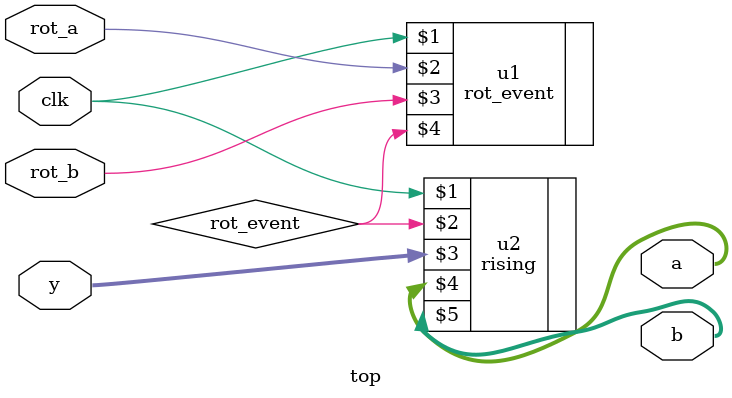
<source format=v>
`timescale 1ns / 1ps
module top(clk,rot_a,rot_b,y,a,b
    );
input clk,rot_a,rot_b;
input [3:0] y;

output [3:0] a;
output [3:0] b;
wire [3:0] a;
wire [3:0] b;
wire rot_event;

rot_event u1(clk,rot_a,rot_b,rot_event);
rising u2(clk,rot_event,y,a,b);

endmodule
</source>
